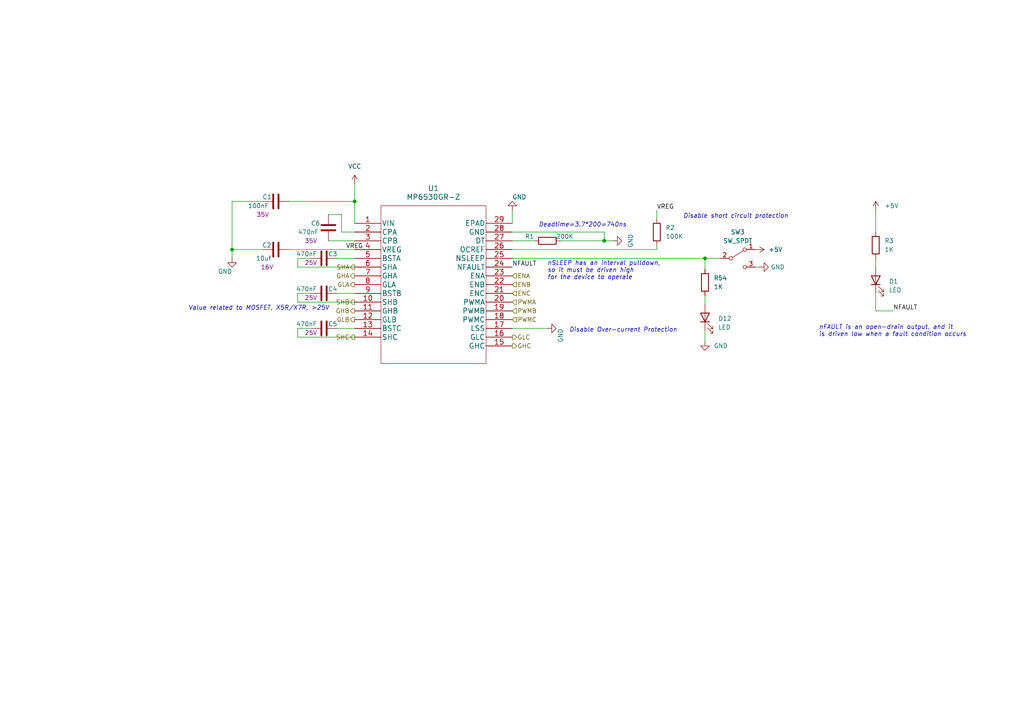
<source format=kicad_sch>
(kicad_sch (version 20211123) (generator eeschema)
  (paper "A4")
  (lib_symbols
    (symbol "Device:C" (pin_numbers hide) (pin_names (offset 0.254))
      (property "Reference" "C" (at 0.635 2.54 0))
      (property "Value" "C" (at 0.635 -2.54 0))
      (symbol "C_0_1"
        (polyline (pts (xy -2.032 -0.762) (xy 2.032 -0.762)) (stroke (width 0.508)))
        (polyline (pts (xy -2.032 0.762) (xy 2.032 0.762)) (stroke (width 0.508)))
      )
      (symbol "C_1_1"
        (pin passive line (at 0 3.81 270) (length 2.794) (name "~") (number "1"))
        (pin passive line (at 0 -3.81 90) (length 2.794) (name "~") (number "2"))
      )
    )
    (symbol "Device:LED" (pin_numbers hide) (pin_names (offset 1.016) hide)
      (property "Reference" "D" (at 0 2.54 0))
      (property "Value" "LED" (at 0 -2.54 0))
      (symbol "LED_0_1"
        (polyline (pts (xy -1.27 -1.27) (xy -1.27 1.27)) (stroke (width 0.254)))
        (polyline (pts (xy -1.27 0) (xy 1.27 0)))
        (polyline (pts (xy 1.27 -1.27) (xy 1.27 1.27) (xy -1.27 0) (xy 1.27 -1.27)) (stroke (width 0.254)))
        (polyline (pts (xy -3.048 -0.762) (xy -4.572 -2.286) (xy -3.81 -2.286) (xy -4.572 -2.286) (xy -4.572 -1.524)))
        (polyline (pts (xy -1.778 -0.762) (xy -3.302 -2.286) (xy -2.54 -2.286) (xy -3.302 -2.286) (xy -3.302 -1.524)))
      )
      (symbol "LED_1_1"
        (pin passive line (at -3.81 0 0) (length 2.54) (name "K") (number "1"))
        (pin passive line (at 3.81 0 180) (length 2.54) (name "A") (number "2"))
      )
    )
    (symbol "Device:R" (pin_numbers hide) (pin_names (offset 0))
      (property "Reference" "R" (at 2.032 0 90))
      (property "Value" "R" (at 0 0 90))
      (symbol "R_0_1"
        (rectangle (start -1.016 -2.54) (end 1.016 2.54) (stroke (width 0.254)))
      )
      (symbol "R_1_1"
        (pin passive line (at 0 3.81 270) (length 1.27) (name "~") (number "1"))
        (pin passive line (at 0 -3.81 90) (length 1.27) (name "~") (number "2"))
      )
    )
    (symbol "MP6530GR:MP6530GR-Z" (pin_names (offset 0.254))
      (property "Reference" "U" (at 22.86 10.16 0))
      (property "Value" "MP6530GR-Z" (at 22.86 7.62 0))
      (symbol "MP6530GR-Z_1_1"
        (polyline (pts (xy 7.62 -40.64) (xy 38.1 -40.64)) (stroke (width 0.127)))
        (polyline (pts (xy 7.62 5.08) (xy 7.62 -40.64)) (stroke (width 0.127)))
        (polyline (pts (xy 38.1 -40.64) (xy 38.1 5.08)) (stroke (width 0.127)))
        (polyline (pts (xy 38.1 5.08) (xy 7.62 5.08)) (stroke (width 0.127)))
        (pin power_in line (at 0 0 0) (length 7.62) (name "VIN") (number "1"))
        (pin passive line (at 0 -22.86 0) (length 7.62) (name "SHB") (number "10"))
        (pin passive line (at 0 -25.4 0) (length 7.62) (name "GHB") (number "11"))
        (pin passive line (at 0 -27.94 0) (length 7.62) (name "GLB") (number "12"))
        (pin passive line (at 0 -30.48 0) (length 7.62) (name "BSTC") (number "13"))
        (pin passive line (at 0 -33.02 0) (length 7.62) (name "SHC") (number "14"))
        (pin passive line (at 45.72 -35.56 180) (length 7.62) (name "GHC") (number "15"))
        (pin passive line (at 45.72 -33.02 180) (length 7.62) (name "GLC") (number "16"))
        (pin passive line (at 45.72 -30.48 180) (length 7.62) (name "LSS") (number "17"))
        (pin input line (at 45.72 -27.94 180) (length 7.62) (name "PWMC") (number "18"))
        (pin input line (at 45.72 -25.4 180) (length 7.62) (name "PWMB") (number "19"))
        (pin passive line (at 0 -2.54 0) (length 7.62) (name "CPA") (number "2"))
        (pin input line (at 45.72 -22.86 180) (length 7.62) (name "PWMA") (number "20"))
        (pin input line (at 45.72 -20.32 180) (length 7.62) (name "ENC") (number "21"))
        (pin input line (at 45.72 -17.78 180) (length 7.62) (name "ENB") (number "22"))
        (pin input line (at 45.72 -15.24 180) (length 7.62) (name "ENA") (number "23"))
        (pin output line (at 45.72 -12.7 180) (length 7.62) (name "NFAULT") (number "24"))
        (pin input line (at 45.72 -10.16 180) (length 7.62) (name "NSLEEP") (number "25"))
        (pin passive line (at 45.72 -7.62 180) (length 7.62) (name "OCREF") (number "26"))
        (pin passive line (at 45.72 -5.08 180) (length 7.62) (name "DT") (number "27"))
        (pin power_in line (at 45.72 -2.54 180) (length 7.62) (name "GND") (number "28"))
        (pin power_in line (at 45.72 0 180) (length 7.62) (name "EPAD") (number "29"))
        (pin passive line (at 0 -5.08 0) (length 7.62) (name "CPB") (number "3"))
        (pin passive line (at 0 -7.62 0) (length 7.62) (name "VREG") (number "4"))
        (pin passive line (at 0 -10.16 0) (length 7.62) (name "BSTA") (number "5"))
        (pin passive line (at 0 -12.7 0) (length 7.62) (name "SHA") (number "6"))
        (pin passive line (at 0 -15.24 0) (length 7.62) (name "GHA") (number "7"))
        (pin passive line (at 0 -17.78 0) (length 7.62) (name "GLA") (number "8"))
        (pin passive line (at 0 -20.32 0) (length 7.62) (name "BSTB") (number "9"))
      )
    )
    (symbol "Switch:SW_SPDT" (pin_names (offset 0) hide)
      (property "Reference" "SW" (at 0 4.318 0))
      (property "Value" "SW_SPDT" (at 0 -5.08 0))
      (symbol "SW_SPDT_0_0"
        (circle (center -2.032 0) (radius 0.508))
        (circle (center 2.032 -2.54) (radius 0.508))
      )
      (symbol "SW_SPDT_0_1"
        (polyline (pts (xy -1.524 0.254) (xy 1.651 2.286)))
        (circle (center 2.032 2.54) (radius 0.508))
      )
      (symbol "SW_SPDT_1_1"
        (pin passive line (at 5.08 2.54 180) (length 2.54) (name "A") (number "1"))
        (pin passive line (at -5.08 0 0) (length 2.54) (name "B") (number "2"))
        (pin passive line (at 5.08 -2.54 180) (length 2.54) (name "C") (number "3"))
      )
    )
    (symbol "power:+5V" (power) (pin_names (offset 0))
      (property "Value" "+5V" (at 0 3.556 0))
      (symbol "+5V_0_1"
        (polyline (pts (xy -0.762 1.27) (xy 0 2.54)))
        (polyline (pts (xy 0 0) (xy 0 2.54)))
        (polyline (pts (xy 0 2.54) (xy 0.762 1.27)))
      )
      (symbol "+5V_1_1"
        (pin power_in line (at 0 0 90) (length 0) hide (name "+5V") (number "1"))
      )
    )
    (symbol "power:GND" (power) (pin_names (offset 0))
      (property "Value" "GND" (at 0 -3.81 0))
      (symbol "GND_0_1"
        (polyline (pts (xy 0 0) (xy 0 -1.27) (xy 1.27 -1.27) (xy 0 -2.54) (xy -1.27 -1.27) (xy 0 -1.27)))
      )
      (symbol "GND_1_1"
        (pin power_in line (at 0 0 270) (length 0) hide (name "GND") (number "1"))
      )
    )
    (symbol "power:VCC" (power) (pin_names (offset 0))
      (property "Value" "VCC" (at 0 3.81 0))
      (symbol "VCC_0_1"
        (polyline (pts (xy -0.762 1.27) (xy 0 2.54)))
        (polyline (pts (xy 0 0) (xy 0 2.54)))
        (polyline (pts (xy 0 2.54) (xy 0.762 1.27)))
      )
      (symbol "VCC_1_1"
        (pin power_in line (at 0 0 90) (length 0) hide (name "VCC") (number "1"))
      )
    )
  )
  (junction (at 102.87 58.42))
  (junction (at 204.47 74.93))
  (junction (at 67.31 72.39))
  (junction (at 175.26 69.85))
  (wire (pts (xy 254 60.96) (xy 254 67.31)))
  (wire (pts (xy 97.79 74.93) (xy 102.87 74.93)))
  (wire (pts (xy 95.25 62.23) (xy 99.06 62.23)))
  (wire (pts (xy 86.36 97.79) (xy 86.36 95.25)))
  (wire (pts (xy 148.59 74.93) (xy 204.47 74.93)))
  (wire (pts (xy 86.36 77.47) (xy 86.36 74.93)))
  (wire (pts (xy 102.87 64.77) (xy 102.87 58.42)))
  (wire (pts (xy 204.47 74.93) (xy 208.915 74.93)))
  (wire (pts (xy 148.59 69.85) (xy 154.94 69.85)))
  (wire (pts (xy 254 90.17) (xy 259.08 90.17)))
  (wire (pts (xy 86.36 87.63) (xy 86.36 85.09)))
  (wire (pts (xy 86.36 85.09) (xy 90.17 85.09)))
  (wire (pts (xy 102.87 53.34) (xy 102.87 58.42)))
  (wire (pts (xy 99.06 62.23) (xy 99.06 67.31)))
  (wire (pts (xy 148.59 60.96) (xy 148.59 64.77)))
  (wire (pts (xy 220.345 77.47) (xy 219.075 77.47)))
  (wire (pts (xy 175.26 67.31) (xy 175.26 69.85)))
  (wire (pts (xy 67.31 58.42) (xy 67.31 72.39)))
  (wire (pts (xy 204.47 85.725) (xy 204.47 88.265)))
  (wire (pts (xy 83.82 72.39) (xy 102.87 72.39)))
  (wire (pts (xy 102.87 87.63) (xy 86.36 87.63)))
  (wire (pts (xy 102.87 97.79) (xy 86.36 97.79)))
  (wire (pts (xy 102.87 69.85) (xy 95.25 69.85)))
  (wire (pts (xy 67.31 58.42) (xy 76.2 58.42)))
  (wire (pts (xy 148.59 67.31) (xy 175.26 67.31)))
  (wire (pts (xy 86.36 74.93) (xy 90.17 74.93)))
  (wire (pts (xy 97.79 95.25) (xy 102.87 95.25)))
  (wire (pts (xy 86.36 95.25) (xy 90.17 95.25)))
  (wire (pts (xy 99.06 67.31) (xy 102.87 67.31)))
  (wire (pts (xy 177.8 69.85) (xy 175.26 69.85)))
  (wire (pts (xy 254 74.93) (xy 254 77.47)))
  (wire (pts (xy 148.59 95.25) (xy 158.75 95.25)))
  (wire (pts (xy 175.26 69.85) (xy 162.56 69.85)))
  (wire (pts (xy 67.31 72.39) (xy 76.2 72.39)))
  (wire (pts (xy 190.5 72.39) (xy 190.5 71.12)))
  (wire (pts (xy 83.82 58.42) (xy 102.87 58.42)))
  (wire (pts (xy 254 85.09) (xy 254 90.17)))
  (wire (pts (xy 204.47 95.885) (xy 204.47 99.06)))
  (wire (pts (xy 102.87 77.47) (xy 86.36 77.47)))
  (wire (pts (xy 97.79 85.09) (xy 102.87 85.09)))
  (wire (pts (xy 67.31 74.93) (xy 67.31 72.39)))
  (wire (pts (xy 148.59 72.39) (xy 190.5 72.39)))
  (wire (pts (xy 190.5 60.96) (xy 190.5 63.5)))
  (wire (pts (xy 204.47 74.93) (xy 204.47 78.105)))
  (text "Deadtime=3.7*200=740ns" (at 156.21 66.04 0) (effects (font (size 1.27 1.27) italic) (justify left bottom)))
  (text "Value related to MOSFET, X5R/X7R, >25V" (at 54.61 90.17 0) (effects (font (size 1.27 1.27) italic) (justify left bottom)))
  (text "Disable short circuit protection" (at 198.12 63.5 0) (effects (font (size 1.27 1.27) italic) (justify left bottom)))
  (text "nSLEEP has an interval pulldown,\nso it must be driven high\nfor the device to operate" (at 158.75 81.28 0) (effects (font (size 1.27 1.27) italic) (justify left bottom)))
  (text "nFAULT is an open-drain output, and it \nis driven low when a fault condition occurs" (at 237.49 97.79 0) (effects (font (size 1.27 1.27) italic) (justify left bottom)))
  (text "Disable Over-current Protection" (at 165.1 96.52 0) (effects (font (size 1.27 1.27) italic) (justify left bottom)))
  (label "VREG" (at 100.33 72.39 0))
  (label "VREG" (at 190.5 60.96 0))
  (label "NFAULT" (at 148.59 77.47 0))
  (label "NFAULT" (at 259.08 90.17 0))
  (hierarchical_label "GHA" (shape output) (at 102.87 80.01 180))
  (hierarchical_label "GLC" (shape output) (at 148.59 97.79 0))
  (hierarchical_label "PWMC" (shape input) (at 148.59 92.71 0))
  (hierarchical_label "ENC" (shape input) (at 148.59 85.09 0))
  (hierarchical_label "GLB" (shape output) (at 102.87 92.71 180))
  (hierarchical_label "SHA" (shape output) (at 102.87 77.47 180))
  (hierarchical_label "ENA" (shape input) (at 148.59 80.01 0))
  (hierarchical_label "ENB" (shape input) (at 148.59 82.55 0))
  (hierarchical_label "SHC" (shape output) (at 102.87 97.79 180))
  (hierarchical_label "PWMB" (shape input) (at 148.59 90.17 0))
  (hierarchical_label "PWMA" (shape input) (at 148.59 87.63 0))
  (hierarchical_label "GHB" (shape output) (at 102.87 90.17 180))
  (hierarchical_label "GLA" (shape output) (at 102.87 82.55 180))
  (hierarchical_label "SHB" (shape output) (at 102.87 87.63 180))
  (hierarchical_label "GHC" (shape output) (at 148.59 100.33 0))
  (symbol (lib_id "power:GND") (at 148.59 60.96 180) (unit 1)
    (property "Reference" "#PWR03" (effects hide))
    (property "Value" "GND" (at 148.5901 57.15 0) (effects (justify right)))
  )
  (symbol (lib_id "Device:C") (at 93.98 95.25 270) (unit 1)
    (property "Reference" "C5" (at 96.52 93.98 90))
    (property "Value" "470nF" (at 88.9 93.98 90))
    (property "Footprint" "Capacitor_SMD:C_0603_1608Metric" (effects hide))
    (property "Rated" "25V" (at 90.17 96.52 90))
  )
  (symbol (lib_id "power:GND") (at 158.75 95.25 90) (unit 1)
    (property "Reference" "#PWR04" (effects hide))
    (property "Value" "GND" (at 162.56 95.2501 0) (effects (justify right)))
  )
  (symbol (lib_id "power:VCC") (at 102.87 53.34 0) (unit 1)
    (property "Reference" "#PWR02" (effects hide))
    (property "Value" "VCC" (at 102.87 48.26 0))
  )
  (symbol (lib_id "Device:R") (at 190.5 67.31 0) (unit 1)
    (property "Reference" "R2" (at 193.04 66.0399 0) (effects (justify left)))
    (property "Value" "100K" (at 193.04 68.5799 0) (effects (justify left)))
    (property "Footprint" "Resistor_SMD:R_0603_1608Metric" (effects hide))
  )
  (symbol (lib_id "Device:R") (at 158.75 69.85 270) (unit 1)
    (property "Reference" "R1" (at 154.94 68.58 90) (effects (justify right)))
    (property "Value" "200K" (at 166.37 68.58 90) (effects (justify right)))
    (property "Footprint" "Resistor_SMD:R_0603_1608Metric" (effects hide))
  )
  (symbol (lib_id "power:GND") (at 177.8 69.85 90) (unit 1)
    (property "Reference" "#PWR05" (effects hide))
    (property "Value" "GND" (at 182.88 69.85 0))
  )
  (symbol (lib_id "power:GND") (at 67.31 74.93 0) (unit 1)
    (property "Reference" "#PWR01" (effects hide))
    (property "Value" "GND" (at 67.3099 78.74 0) (effects (justify right)))
  )
  (symbol (lib_id "Device:C") (at 93.98 85.09 270) (unit 1)
    (property "Reference" "C4" (at 96.52 83.82 90))
    (property "Value" "470nF" (at 88.9 83.82 90))
    (property "Footprint" "Capacitor_SMD:C_0603_1608Metric" (effects hide))
    (property "Rated" "25V" (at 90.17 86.36 90))
  )
  (symbol (lib_id "MP6530GR:MP6530GR-Z") (at 102.87 64.77 0) (unit 1)
    (property "Reference" "U1" (at 125.73 54.61 0) (effects (font (size 1.524 1.524))))
    (property "Value" "MP6530GR-Z" (at 125.73 57.15 0) (effects (font (size 1.524 1.524))))
    (property "Footprint" "download-footprints:MP6530GR-Z" (effects hide))
    (property "Datasheet" "https://www.monolithicpower.cn/cn/documentview/productdocument/index/version/2/document_type/Datasheet/lang/en/sku/MP6530/document_id/1849/" (effects hide))
  )
  (symbol (lib_id "Device:R") (at 204.47 81.915 0) (unit 1)
    (property "Reference" "R54" (at 207.01 80.6449 0) (effects (justify left)))
    (property "Value" "1K" (at 207.01 83.1849 0) (effects (justify left)))
    (property "Footprint" "Resistor_SMD:R_0603_1608Metric" (effects hide))
  )
  (symbol (lib_id "Device:C") (at 80.01 58.42 90) (unit 1)
    (property "Reference" "C1" (at 77.47 57.15 90))
    (property "Value" "100nF" (at 74.93 59.69 90))
    (property "Footprint" "Capacitor_SMD:C_0603_1608Metric" (effects hide))
    (property "Rated" "35V" (at 76.2 62.23 90))
  )
  (symbol (lib_id "power:+5V") (at 254 60.96 0) (unit 1)
    (property "Reference" "#PWR07" (effects hide))
    (property "Value" "+5V" (at 256.54 59.6899 0) (effects (justify left)))
  )
  (symbol (lib_id "Device:C") (at 80.01 72.39 270) (unit 1)
    (property "Reference" "C2" (at 78.74 71.12 90) (effects (justify right)))
    (property "Value" "10uf" (at 78.74 74.93 90) (effects (justify right)))
    (property "Footprint" "Capacitor_SMD:C_0603_1608Metric" (effects hide))
    (property "Rated" "16V" (at 77.47 77.47 90))
  )
  (symbol (lib_id "Switch:SW_SPDT") (at 213.995 74.93 0) (unit 1)
    (property "Reference" "SW3" (at 213.995 67.31 0))
    (property "Value" "SW_SPDT" (at 213.995 69.85 0))
    (property "Footprint" "My_Buttons:SW_SPDT_MSK-12D19" (effects hide))
  )
  (symbol (lib_id "power:GND") (at 204.47 99.06 0) (unit 1)
    (property "Reference" "#PWR0105" (effects hide))
    (property "Value" "GND" (at 207.01 100.3299 0) (effects (justify left)))
  )
  (symbol (lib_id "Device:R") (at 254 71.12 0) (unit 1)
    (property "Reference" "R3" (at 256.54 69.8499 0) (effects (justify left)))
    (property "Value" "1K" (at 256.54 72.3899 0) (effects (justify left)))
    (property "Footprint" "Resistor_SMD:R_0603_1608Metric" (effects hide))
  )
  (symbol (lib_id "Device:C") (at 93.98 74.93 270) (unit 1)
    (property "Reference" "C3" (at 96.52 73.66 90))
    (property "Value" "470nF" (at 88.9 73.66 90))
    (property "Footprint" "Capacitor_SMD:C_0603_1608Metric" (effects hide))
    (property "Rated" "25V" (at 90.17 76.2 90))
  )
  (symbol (lib_id "power:+5V") (at 219.075 72.39 270) (unit 1)
    (property "Reference" "#PWR0103" (effects hide))
    (property "Value" "+5V" (at 222.885 72.3899 90) (effects (justify left)))
  )
  (symbol (lib_id "Device:LED") (at 204.47 92.075 90) (unit 1)
    (property "Reference" "D12" (at 208.28 92.3924 90) (effects (justify right)))
    (property "Value" "LED" (at 208.28 94.9324 90) (effects (justify right)))
    (property "Footprint" "LED_SMD:LED_0603_1608Metric" (effects hide))
  )
  (symbol (lib_id "Device:C") (at 95.25 66.04 180) (unit 1)
    (property "Reference" "C6" (at 90.17 64.77 0) (effects (justify right)))
    (property "Value" "470nF" (at 86.36 67.31 0) (effects (justify right)))
    (property "Footprint" "Capacitor_SMD:C_0603_1608Metric" (effects hide))
    (property "Rated" "35V" (at 90.17 69.85 0))
  )
  (symbol (lib_id "power:GND") (at 220.345 77.47 90) (unit 1)
    (property "Reference" "#PWR0104" (effects hide))
    (property "Value" "GND" (at 223.52 77.4699 90) (effects (justify right)))
  )
  (symbol (lib_id "Device:LED") (at 254 81.28 90) (unit 1)
    (property "Reference" "D1" (at 257.81 81.5974 90) (effects (justify right)))
    (property "Value" "LED" (at 257.81 84.1374 90) (effects (justify right)))
    (property "Footprint" "LED_SMD:LED_0603_1608Metric" (effects hide))
  )
)
</source>
